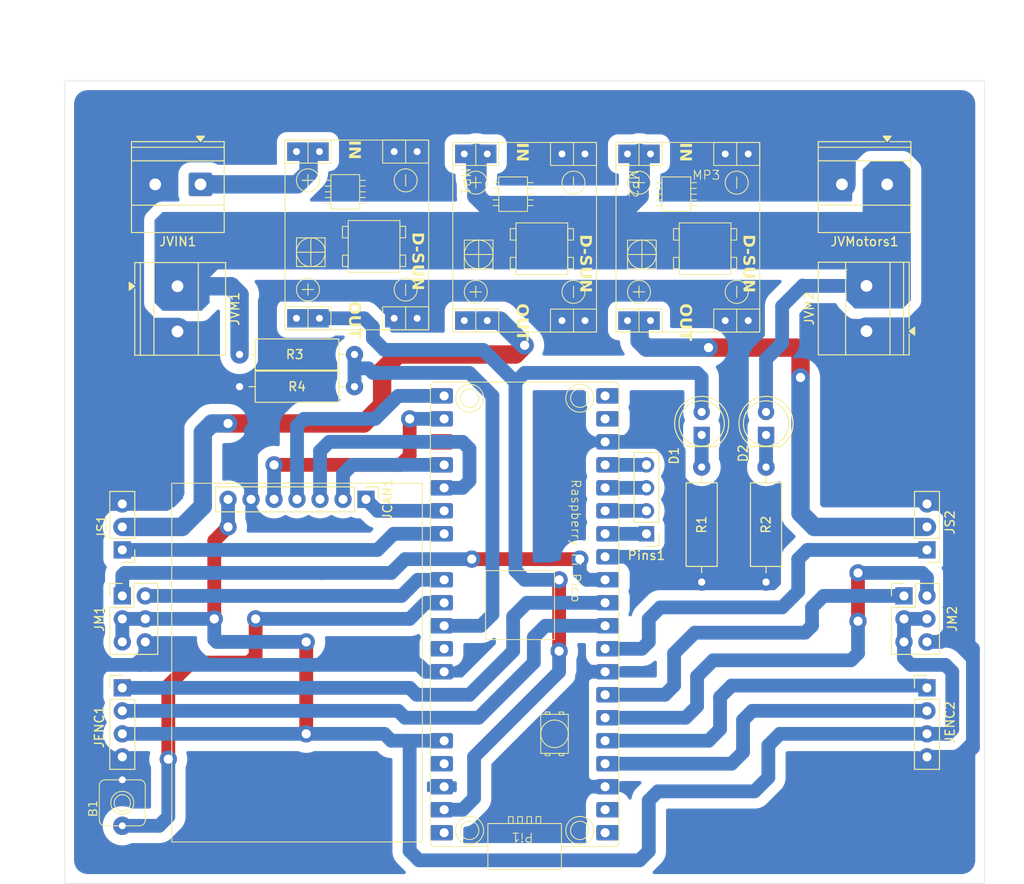
<source format=kicad_pcb>
(kicad_pcb (version 20241229) (generator "pcbnew") (generator_version "9.0")
  (layers (0 "F.Cu" signal) (2 "B.Cu" signal) (13 "F.Paste" user) (15 "B.Paste" user) (5 "F.SilkS" user "F.Silkscreen") (7 "B.SilkS" user "B.Silkscreen") (1 "F.Mask" user) (3 "B.Mask" user) (25 "Edge.Cuts" user))
  (net 0 "")
  (net 1 "/RUN")
  (net 2 "/GND")
  (net 3 "Net-(D1-K)")
  (net 4 "/5V_IN")
  (net 5 "/VM")
  (net 6 "Net-(D2-K)")
  (net 7 "/3V3_O")
  (net 8 "/VIN")
  (net 9 "/GP4")
  (net 10 "/GP5")
  (net 11 "/5V_S1")
  (net 12 "/5V_S2")
  (net 13 "/GP6")
  (net 14 "/B_1")
  (net 15 "/A_1")
  (net 16 "/B_2")
  (net 17 "/A_2")
  (net 18 "/GP22")
  (net 19 "/GP14")
  (net 20 "/GP15")
  (net 21 "/VBUS")
  (net 22 "/3V3_EN")
  (net 23 "/GP27")
  (net 24 "/GP1")
  (net 25 "/GP28")
  (net 26 "/GP0")
  (net 27 "/GP9")
  (net 28 "/GP11")
  (net 29 "/GP12")
  (net 30 "/GP21")
  (net 31 "/GP10")
  (net 32 "/ADC_REF")
  (net 33 "/GP13")
  (net 34 "/VML")
  (net 35 "/SO")
  (net 36 "/SCK")
  (net 37 "/INT")
  (net 38 "/CS")
  (net 39 "/SI")
  (footprint "LED_THT:LED_D5.0mm" (layer "F.Cu") (at 176.022 88.9 90)
    (property "Reference" "D2")
    (property "Value" "LED")
  )
  (footprint "Connector_PinHeader_2.54mm:PinHeader_1x04_P2.54mm_Vertical" (layer "F.Cu") (at 162.814 99.822 180)
    (property "Reference" "Pins1")
    (property "Value" "~")
  )
  (footprint "Resistor_THT:R_Axial_DIN0309_L9.0mm_D3.2mm_P12.70mm_Horizontal" (layer "F.Cu") (at 130.556 80.01 180)
    (property "Reference" "R3")
    (property "Value" "22k")
  )
  (footprint "Custom_footprints:RP_pico_footprint" (layer "F.Cu") (at 159.766 133.858 180)
    (property "Reference" "Pi1")
    (property "Value" "Raspberry Pi Pico")
  )
  (footprint "TerminalBlock_Phoenix:TerminalBlock_Phoenix_MKDS-1,5-2_1x02_P5.00mm_Horizontal" (layer "F.Cu") (at 187.1165 77.43 90)
    (property "Reference" "JVM2")
    (property "Value" "V_M2")
  )
  (footprint "Connector_PinHeader_2.54mm:PinHeader_1x07_P2.54mm_Vertical" (layer "F.Cu") (at 131.826 96.012 -90)
    (property "Reference" "JCAN1")
    (property "Value" "CAN_BUS")
  )
  (footprint "Connector_PinHeader_2.54mm:PinHeader_1x04_P2.54mm_Vertical" (layer "F.Cu") (at 104.902 116.84)
    (property "Reference" "JENC1")
    (property "Value" "Enc1")
  )
  (footprint "TerminalBlock_Phoenix:TerminalBlock_Phoenix_MKDS-1,5-2_1x02_P5.00mm_Horizontal" (layer "F.Cu") (at 189.404 61.214 180)
    (property "Reference" "JVMotors1")
    (property "Value" "V_Motor")
  )
  (footprint "Connector_PinHeader_2.54mm:PinHeader_2x03_P2.54mm_Vertical" (layer "F.Cu") (at 191.262 106.68)
    (property "Reference" "JM2")
    (property "Value" "Motor1")
  )
  (footprint "Custom_footprints:BUTTON" (layer "F.Cu") (at 104.902 129.54 90)
    (property "Reference" "B1")
    (property "Value" "RST")
  )
  (footprint "Resistor_THT:R_Axial_DIN0309_L9.0mm_D3.2mm_P12.70mm_Horizontal" (layer "F.Cu") (at 130.556 83.566 180)
    (property "Reference" "R4")
    (property "Value" "6.8k")
  )
  (footprint "Custom_footprints:MP1584" (layer "F.Cu") (at 137.4775 57.5945 -90)
    (property "Reference" "MP1")
    (property "Value" "MP1584 STEP DOWN")
  )
  (footprint "Connector_PinHeader_2.54mm:PinHeader_1x03_P2.54mm_Vertical" (layer "F.Cu") (at 104.902 101.6 180)
    (property "Reference" "JS1")
    (property "Value" "Servo 1")
  )
  (footprint "Connector_PinHeader_2.54mm:PinHeader_2x03_P2.54mm_Vertical" (layer "F.Cu") (at 104.902 106.68)
    (property "Reference" "JM1")
    (property "Value" "Motor2")
  )
  (footprint "Custom_footprints:MP1584" (layer "F.Cu") (at 174.0535 57.8485 -90)
    (property "Reference" "MP3")
    (property "Value" "MP1584 STEP DOWN")
  )
  (footprint "TerminalBlock_Phoenix:TerminalBlock_Phoenix_MKDS-1,5-2_1x02_P5.00mm_Horizontal" (layer "F.Cu") (at 113.538 61.214 180)
    (property "Reference" "JVIN1")
    (property "Value" "VIN")
  )
  (footprint "Connector_PinHeader_2.54mm:PinHeader_1x03_P2.54mm_Vertical" (layer "F.Cu") (at 193.802 101.6 180)
    (property "Reference" "JS2")
    (property "Value" "Servo 2")
  )
  (footprint "Resistor_THT:R_Axial_DIN0309_L9.0mm_D3.2mm_P12.70mm_Horizontal" (layer "F.Cu") (at 176.022 105.156 90)
    (property "Reference" "R2")
    (property "Value" "1K")
  )
  (footprint "Custom_footprints:MP1584" (layer "F.Cu") (at 156.0195 57.8485 -90)
    (property "Reference" "MP2")
    (property "Value" "MP1584 STEP DOWN")
  )
  (footprint "TerminalBlock_Phoenix:TerminalBlock_Phoenix_MKDS-1,5-2_1x02_P5.00mm_Horizontal" (layer "F.Cu") (at 110.998 72.47 -90)
    (property "Reference" "JVM1")
    (property "Value" "V_M1")
  )
  (footprint "LED_THT:LED_D5.0mm" (layer "F.Cu") (at 168.91 88.9 90)
    (property "Reference" "D1")
    (property "Value" "LED")
  )
  (footprint "Resistor_THT:R_Axial_DIN0309_L9.0mm_D3.2mm_P12.70mm_Horizontal" (layer "F.Cu") (at 168.91 105.151 90)
    (property "Reference" "R1")
    (property "Value" "1K")
  )
  (footprint "Connector_PinHeader_2.54mm:PinHeader_1x04_P2.54mm_Vertical" (layer "F.Cu") (at 193.802 116.84)
    (property "Reference" "JENC2")
    (property "Value" "Enc1")
  )
  (gr_poly (pts (xy 186.69 63.627) (xy 186.69 59.563) (xy 187.579 58.674) (xy 191.135 58.674) (xy 192.024 59.563) (xy 192.024 74.041) (xy 191.135 74.93) (xy 185.801 74.93) (xy 184.912 74.041) (xy 184.912 70.739) (xy 185.801 69.85) (xy 186.69 68.961) (xy 186.69 65.405)) (fill yes) (layer "B.Cu") (net 5))
  (gr_poly (pts (xy 109.347 75.184) (xy 108.458 74.295) (xy 108.458 65.151) (xy 109.347 64.262) (xy 115.443 64.262) (xy 117.221 64.262) (xy 176.657 64.262) (xy 178.435 64.262) (xy 186.817 64.262) (xy 186.944 64.389) (xy 186.944 69.723) (xy 186.055 70.612) (xy 178.435 70.612) (xy 176.657 70.612) (xy 115.443 70.612) (xy 114.554 71.501) (xy 114.554 74.295) (xy 113.665 75.184)) (fill yes) (layer "B.Cu") (net 5))
  (gr_rect (start 138.049 94.234) (end 110.363 133.858) (stroke (width 0.1)) (fill no) (layer "F.SilkS"))
  (gr_line (start 149.352 138.43) (end 98.552 138.43) (stroke (width 0.05)) (layer "Edge.Cuts"))
  (gr_line (start 98.552 138.43) (end 98.552 49.784) (stroke (width 0.05)) (layer "Edge.Cuts"))
  (gr_line (start 200.152 138.43) (end 149.352 138.43) (stroke (width 0.05)) (layer "Edge.Cuts"))
  (gr_line (start 200.152 49.784) (end 98.552 49.784) (stroke (width 0.05)) (layer "Edge.Cuts"))
  (gr_line (start 200.152 138.43) (end 200.152 49.784) (stroke (width 0.05)) (layer "Edge.Cuts"))
  (segment (start 119.634 109.22) (end 119.634 113.284) (width 1.524) (layer "F.Cu") (net 1))
  (segment (start 119.634 113.284) (end 118.872 114.046) (width 1.524) (layer "F.Cu") (net 1))
  (segment (start 109.982 116.586) (end 109.982 124.714) (width 1.524) (layer "F.Cu") (net 1))
  (segment (start 118.872 114.046) (end 112.522 114.046) (width 1.524) (layer "F.Cu") (net 1))
  (segment (start 112.522 114.046) (end 109.982 116.586) (width 1.524) (layer "F.Cu") (net 1))
  (via (at 119.634 109.22) (size 1.905) (drill 1.016) (layers "F.Cu" "B.Cu") (net 1))
  (via (at 109.982 124.714) (size 1.905) (drill 1.016) (layers "F.Cu" "B.Cu") (net 1))
  (segment (start 138.43 107.442) (end 140.462 107.442) (width 1.524) (layer "B.Cu") (net 1))
  (segment (start 104.902 132.08) (end 108.966 132.08) (width 1.524) (layer "B.Cu") (net 1))
  (segment (start 109.982 131.064) (end 109.982 124.714) (width 1.524) (layer "B.Cu") (net 1))
  (segment (start 136.652 109.22) (end 138.43 107.442) (width 1.524) (layer "B.Cu") (net 1))
  (segment (start 108.966 132.08) (end 109.982 131.064) (width 1.524) (layer "B.Cu") (net 1))
  (segment (start 119.634 109.22) (end 136.652 109.22) (width 1.524) (layer "B.Cu") (net 1))
  (segment (start 182.118 55.626) (end 182.118 57.0865) (width 3.048) (layer "B.Cu") (net 2))
  (segment (start 104.902 124.46) (end 104.902 125.73) (width 1.524) (layer "B.Cu") (net 2))
  (segment (start 155.702 127.254) (end 156.21 127.762) (width 1.524) (layer "B.Cu") (net 2))
  (segment (start 196.342 110.744) (end 196.342 97.536) (width 1.524) (layer "B.Cu") (net 2))
  (segment (start 138.43 115.062) (end 137.668 114.3) (width 1.524) (layer "B.Cu") (net 2))
  (segment (start 183.388 54.356) (end 182.118 55.626) (width 3.048) (layer "B.Cu") (net 2))
  (segment (start 156.21 127.762) (end 158.242 127.762) (width 1.524) (layer "B.Cu") (net 2))
  (segment (start 193.294 96.012) (end 187.706 96.012) (width 1.524) (layer "B.Cu") (net 2))
  (segment (start 102.362 96.52) (end 104.902 96.52) (width 1.524) (layer "B.Cu") (net 2))
  (segment (start 106.934 114.3) (end 107.95 114.3) (width 1.524) (layer "B.Cu") (net 2))
  (segment (start 121.92 73.152) (end 120.904 74.168) (width 2.032) (layer "B.Cu") (net 2))
  (segment (start 195.072 56.896) (end 192.532 54.356) (width 3.048) (layer "B.Cu") (net 2))
  (segment (start 135.128 53.594) (end 151.892 53.594) (width 3.048) (layer "B.Cu") (net 2))
  (segment (start 119.126 88.392) (end 120.904 86.614) (width 1.524) (layer "B.Cu") (net 2))
  (segment (start 172.72 53.594) (end 174.0535 54.9275) (width 3.048) (layer "B.Cu") (net 2))
  (segment (start 105.664 61.722) (end 106.172 61.214) (width 3.048) (layer "B.Cu") (net 2))
  (segment (start 105.664 76.454) (end 105.664 61.722) (width 3.048) (layer "B.Cu") (net 2))
  (segment (start 156.0195 74.1045) (end 156.972 73.152) (width 2.032) (layer "B.Cu") (net 2))
  (segment (start 102.616 125.73) (end 104.902 125.73) (width 1.524) (layer "B.Cu") (net 2))
  (segment (start 158.242 102.362) (end 164.846 102.362) (width 1.524) (layer "B.Cu") (net 2))
  (segment (start 101.854 116.078) (end 101.854 124.968) (width 1.524) (layer "B.Cu") (net 2))
  (segment (start 171.958 73.152) (end 172.72 73.914) (width 2.032) (layer "B.Cu") (net 2))
  (segment (start 110.998 77.47) (end 110.998 82.804) (width 2.032) (layer "B.Cu") (net 2))
  (segment (start 120.904 74.168) (end 120.904 82.55) (width 2.032) (layer "B.Cu") (net 2))
  (segment (start 102.87 114.3) (end 101.854 115.316) (width 1.524) (layer "B.Cu") (net 2))
  (segment (start 171.5135 76.2635) (end 172.72 76.2635) (width 2.032) (layer "B.Cu") (net 2))
  (segment (start 153.4795 76.2635) (end 156.0195 76.2635) (width 2.032) (layer "B.Cu") (net 2))
  (segment (start 158.242 89.662) (end 165.354 89.662) (width 1.524) (layer "B.Cu") (net 2))
  (segment (start 106.68 77.47) (end 105.664 76.454) (width 3.048) (layer "B.Cu") (net 2))
  (segment (start 110.998 82.804) (end 110.998 95.25) (width 1.524) (layer "B.Cu") (net 2))
  (segment (start 184.404 58.928) (end 184.404 61.214) (width 3.048) (layer "B.Cu") (net 2))
  (segment (start 151.892 53.594) (end 153.416 53.594) (width 3.048) (layer "B.Cu") (net 2))
  (segment (start 166.37 102.113) (end 166.121 102.362) (width 1.524) (layer "B.Cu") (net 2))
  (segment (start 110.998 82.804) (end 111.76 83.566) (width 2.032) (layer "B.Cu") (net 2))
  (segment (start 193.802 96.52) (end 193.294 96.012) (width 1.524) (layer "B.Cu") (net 2))
  (segment (start 193.802 124.46) (end 197.866 124.46) (width 1.524) (layer "B.Cu") (net 2))
  (segment (start 110.998 95.25) (end 109.728 96.52) (width 1.524) (layer "B.Cu") (net 2))
  (segment (start 108.538 55.546) (end 108.538 61.214) (width 3.048) (layer "B.Cu") (net 2))
  (segment (start 106.172 61.214) (end 108.538 61.214) (width 3.048) (layer "B.Cu") (net 2))
  (segment (start 193.334 77.43) (end 195.072 75.692) (width 3.048) (layer "B.Cu") (net 2))
  (segment (start 174.0535 57.8485) (end 181.356 57.8485) (width 3.048) (layer "B.Cu") (net 2))
  (segment (start 168.91 105.151) (end 172.72 105.151) (width 1.524) (layer "B.Cu") (net 2))
  (segment (start 181.356 57.8485) (end 183.3245 57.8485) (width 3.048) (layer "B.Cu") (net 2))
  (segment (start 153.416 53.594) (end 154.432 54.61) (width 3.048) (layer "B.Cu") (net 2))
  (segment (start 192.532 54.356) (end 183.388 54.356) (width 3.048) (layer "B.Cu") (net 2))
  (segment (start 101.854 124.968) (end 102.616 125.73) (width 1.524) (layer "B.Cu") (net 2))
  (segment (start 187.1165 77.43) (end 193.334 77.43) (width 3.048) (layer "B.Cu") (net 2))
  (segment (start 137.16 73.152) (end 136.144 74.168) (width 2.032) (layer "B.Cu") (net 2))
  (segment (start 101.854 113.284) (end 101.854 112.776) (width 1.524) (layer "B.Cu") (net 2))
  (segment (start 120.904 86.614) (end 120.904 82.55) (width 1.524) (layer "B.Cu") (net 2))
  (segment (start 187.706 96.012) (end 187.1165 95.4225) (width 1.524) (layer "B.Cu") (net 2))
  (segment (start 136.144 57.5945) (end 137.4775 57.5945) (width 2.032) (layer "B.Cu") (net 2))
  (segment (start 166.121 102.362) (end 168.91 105.151) (width 1.524) (layer "B.Cu") (net 2))
  (segment (start 195.326 111.76) (end 196.342 110.744) (width 1.524) (layer "B.Cu") (net 2))
  (segment (start 101.854 97.028) (end 102.362 96.52) (width 1.524) (layer "B.Cu") (net 2))
  (segment (start 197.866 124.46) (end 198.882 123.444) (width 1.524) (layer "B.Cu") (net 2))
  (segment (start 183.3245 57.8485) (end 184.404 58.928) (width 3.048) (layer "B.Cu") (net 2))
  (segment (start 165.354 89.662) (end 166.37 90.678) (width 1.524) (layer "B.Cu") (net 2))
  (segment (start 193.802 111.76) (end 195.326 111.76) (width 1.524) (layer "B.Cu") (net 2))
  (segment (start 135.89 76.0095) (end 137.4775 76.0095) (width 2.032) (layer "B.Cu") (net 2))
  (segment (start 171.5135 57.8485) (end 172.72 57.8485) (width 2.032) (layer "B.Cu") (net 2))
  (segment (start 187.1165 95.4225) (end 187.1165 77.43) (width 1.524) (layer "B.Cu") (net 2))
  (segment (start 198.882 123.444) (end 198.882 112.522) (width 1.524) (layer "B.Cu") (net 2))
  (segment (start 136.144 75.7555) (end 135.89 76.0095) (width 2.032) (layer "B.Cu") (net 2))
  (segment (start 172.72 73.914) (end 172.72 76.2635) (width 2.032) (layer "B.Cu") (net 2))
  (segment (start 156.21 115.062) (end 155.702 115.57) (width 1.524) (layer "B.Cu") (net 2))
  (segment (start 182.118 57.0865) (end 181.356 57.8485) (width 3.048) (layer "B.Cu") (net 2))
  (segment (start 101.854 112.776) (end 101.854 116.078) (width 1.524) (layer "B.Cu") (net 2))
  (segment (start 156.972 73.152) (end 137.16 73.152) (width 2.032) (layer "B.Cu") (net 2))
  (segment (start 110.49 53.594) (end 108.538 55.546) (width 3.048) (layer "B.Cu") (net 2))
  (segment (start 166.37 90.678) (end 166.37 102.113) (width 1.524) (layer "B.Cu") (net 2))
  (segment (start 140.462 115.062) (end 138.43 115.062) (width 1.524) (layer "B.Cu") (net 2))
  (segment (start 155.702 115.57) (end 155.702 127.254) (width 1.524) (layer "B.Cu") (net 2))
  (segment (start 172.72 57.8485) (end 174.0535 57.8485) (width 2.032) (layer "B.Cu") (net 2))
  (segment (start 158.242 115.062) (end 156.21 115.062) (width 1.524) (layer "B.Cu") (net 2))
  (segment (start 137.16 73.152) (end 121.92 73.152) (width 2.032) (layer "B.Cu") (net 2))
  (segment (start 110.998 77.47) (end 106.68 77.47) (width 3.048) (layer "B.Cu") (net 2))
  (segment (start 137.668 114.3) (end 107.95 114.3) (width 1.524) (layer "B.Cu") (net 2))
  (segment (start 196.342 97.536) (end 195.326 96.52) (width 1.524) (layer "B.Cu") (net 2))
  (segment (start 164.846 102.362) (end 166.121 102.362) (width 1.524) (layer "B.Cu") (net 2))
  (segment (start 135.128 53.594) (end 110.49 53.594) (width 3.048) (layer "B.Cu") (net 2))
  (segment (start 154.432 54.61) (end 154.432 56.515) (width 3.048) (layer "B.Cu") (net 2))
  (segment (start 172.72 76.2635) (end 174.0535 76.2635) (width 2.032) (layer "B.Cu") (net 2))
  (segment (start 111.76 83.566) (end 117.856 83.566) (width 2.032) (layer "B.Cu") (net 2))
  (segment (start 172.72 105.151) (end 176.017 105.151) (width 1.524) (layer "B.Cu") (net 2))
  (segment (start 153.4795 57.8485) (end 154.686 57.8485) (width 2.032) (layer "B.Cu") (net 2))
  (segment (start 104.902 125.73) (end 104.902 127) (width 1.524) (layer "B.Cu") (net 2))
  (segment (start 101.854 115.316) (end 101.854 116.078) (width 1.524) (layer "B.Cu") (net 2))
  (segment (start 136.144 54.61) (end 136.144 57.023) (width 3.048) (layer "B.Cu") (net 2))
  (segment (start 197.104 110.744) (end 196.342 110.744) (width 1.524) (layer "B.Cu") (net 2))
  (segment (start 134.9375 76.0095) (end 135.89 76.0095) (width 2.032) (layer "B.Cu") (net 2))
  (segment (start 172.72 76.2635) (end 172.72 105.151) (width 1.524) (layer "B.Cu") (net 2))
  (segment (start 107.95 114.3) (end 107.442 113.792) (width 1.524) (layer "B.Cu") (net 2))
  (segment (start 174.0535 54.9275) (end 174.0535 57.8485) (width 3.048) (layer "B.Cu") (net 2))
  (segment (start 151.892 53.594) (end 172.72 53.594) (width 3.048) (layer "B.Cu") (net 2))
  (segment (start 154.686 57.8485) (end 156.0195 57.8485) (width 2.032) (layer "B.Cu") (net 2))
  (segment (start 195.072 75.692) (end 195.072 56.896) (width 3.048) (layer "B.Cu") (net 2))
  (segment (start 198.882 112.522) (end 197.104 110.744) (width 1.524) (layer "B.Cu") (net 2))
  (segment (start 120.904 82.55) (end 119.888 83.566) (width 2.032) (layer "B.Cu") (net 2))
  (segment (start 106.934 114.3) (end 102.87 114.3) (width 1.524) (layer "B.Cu") (net 2))
  (segment (start 136.144 74.168) (end 136.144 75.7555) (width 2.032) (layer "B.Cu") (net 2))
  (segment (start 176.017 105.151) (end 176.022 105.156) (width 1.524) (layer "B.Cu") (net 2))
  (segment (start 102.87 114.3) (end 101.854 113.284) (width 1.524) (layer "B.Cu") (net 2))
  (segment (start 119.888 83.566) (end 117.856 83.566) (width 2.032) (layer "B.Cu") (net 2))
  (segment (start 107.442 113.792) (end 106.934 114.3) (width 1.524) (layer "B.Cu") (net 2))
  (segment (start 135.128 53.594) (end 136.144 54.61) (width 3.048) (layer "B.Cu") (net 2))
  (segment (start 195.326 96.52) (end 193.802 96.52) (width 1.524) (layer "B.Cu") (net 2))
  (segment (start 134.9375 57.5945) (end 136.144 57.5945) (width 2.032) (layer "B.Cu") (net 2))
  (segment (start 101.854 97.028) (end 101.854 112.776) (width 1.524) (layer "B.Cu") (net 2))
  (segment (start 156.972 73.152) (end 171.958 73.152) (width 2.032) (layer "B.Cu") (net 2))
  (segment (start 109.728 96.52) (end 104.902 96.52) (width 1.524) (layer "B.Cu") (net 2))
  (segment (start 119.126 96.012) (end 119.126 88.392) (width 1.524) (layer "B.Cu") (net 2))
  (segment (start 156.0195 76.2635) (end 156.0195 74.1045) (width 2.032) (layer "B.Cu") (net 2))
  (segment (start 107.442 111.76) (end 107.442 113.792) (width 1.524) (layer "B.Cu") (net 2))
  (segment (start 168.91 88.9) (end 168.91 92.451) (width 1.524) (layer "B.Cu") (net 3))
  (segment (start 153.162 104.902) (end 153.162 112.776) (width 1.524) (layer "F.Cu") (net 4))
  (via (at 153.162 112.776) (size 1.905) (drill 1.016) (layers "F.Cu" "B.Cu") (net 4))
  (via (at 153.162 104.902) (size 1.905) (drill 1.016) (layers "F.Cu" "B.Cu") (net 4))
  (segment (start 148.336 103.886) (end 149.352 104.902) (width 1.524) (layer "B.Cu") (net 4))
  (segment (start 144.78 79.502) (end 148.336 83.058) (width 1.524) (layer "B.Cu") (net 4))
  (segment (start 143.764 124.46) (end 143.764 129.032) (width 1.524) (layer "B.Cu") (net 4))
  (segment (start 142.494 130.302) (end 140.462 130.302) (width 1.524) (layer "B.Cu") (net 4))
  (segment (start 153.162 112.776) (end 153.162 115.062) (width 1.524) (layer "B.Cu") (net 4))
  (segment (start 149.352 104.902) (end 153.162 104.902) (width 1.524) (layer "B.Cu") (net 4))
  (segment (start 133.858 79.502) (end 144.78 79.502) (width 1.524) (layer "B.Cu") (net 4))
  (segment (start 168.91 82.55) (end 168.402 82.042) (width 1.524) (layer "B.Cu") (net 4))
  (segment (start 126.6825 76.0095) (end 131.6355 76.0095) (width 1.524) (layer "B.Cu") (net 4))
  (segment (start 126.6825 76.0095) (end 125.476 76.0095) (width 2.032) (layer "B.Cu") (net 4))
  (segment (start 132.588 78.232) (end 133.858 79.502) (width 1.524) (layer "B.Cu") (net 4))
  (segment (start 125.476 76.0095) (end 124.1425 76.0095) (width 2.032) (layer "B.Cu") (net 4))
  (segment (start 132.588 76.962) (end 132.588 78.232) (width 1.524) (layer "B.Cu") (net 4))
  (segment (start 168.402 82.042) (end 149.352 82.042) (width 1.524) (layer "B.Cu") (net 4))
  (segment (start 131.6355 76.0095) (end 132.588 76.962) (width 1.524) (layer "B.Cu") (net 4))
  (segment (start 148.336 83.058) (end 148.336 103.886) (width 1.524) (layer "B.Cu") (net 4))
  (segment (start 153.162 115.062) (end 143.764 124.46) (width 1.524) (layer "B.Cu") (net 4))
  (segment (start 149.352 82.042) (end 148.336 83.058) (width 1.524) (layer "B.Cu") (net 4))
  (segment (start 143.764 129.032) (end 142.494 130.302) (width 1.524) (layer "B.Cu") (net 4))
  (segment (start 168.91 86.36) (end 168.91 82.55) (width 1.524) (layer "B.Cu") (net 4))
  (segment (start 144.018 60.452) (end 144.018 62.484) (width 2.032) (layer "B.Cu") (net 5))
  (segment (start 180.126 72.43) (end 187.1165 72.43) (width 1.524) (layer "B.Cu") (net 5))
  (segment (start 144.018 62.484) (end 145.034 63.5) (width 2.032) (layer "B.Cu") (net 5))
  (segment (start 145.034 63.5) (end 161.036 63.5) (width 2.032) (layer "B.Cu") (net 5))
  (segment (start 144.018 57.8485) (end 145.2245 57.8485) (width 2.032) (layer "B.Cu") (net 5))
  (segment (start 110.998 72.47) (end 116.92 72.47) (width 2.032) (layer "B.Cu") (net 5))
  (segment (start 177.8 78.74) (end 177.8 74.676) (width 1.524) (layer "B.Cu") (net 5))
  (segment (start 176.022 86.36) (end 176.022 80.518) (width 1.524) (layer "B.Cu") (net 5))
  (segment (start 160.7185 57.8485) (end 162.052 57.8485) (width 2.032) (layer "B.Cu") (net 5))
  (segment (start 180.086 72.39) (end 180.126 72.43) (width 1.524) (layer "B.Cu") (net 5))
  (segment (start 162.052 57.8485) (end 163.2585 57.8485) (width 2.032) (layer "B.Cu") (net 5))
  (segment (start 176.022 80.518) (end 177.8 78.74) (width 1.524) (layer "B.Cu") (net 5))
  (segment (start 116.92 72.47) (end 117.856 73.406) (width 2.032) (layer "B.Cu") (net 5))
  (segment (start 117.856 73.406) (end 117.856 80.01) (width 2.032) (layer "B.Cu") (net 5))
  (segment (start 177.8 74.676) (end 180.086 72.39) (width 1.524) (layer "B.Cu") (net 5))
  (segment (start 144.018 60.452) (end 144.018 57.8485) (width 2.286) (layer "B.Cu") (net 5))
  (segment (start 161.036 63.5) (end 162.052 62.484) (width 2.032) (layer "B.Cu") (net 5))
  (segment (start 142.6845 57.8485) (end 144.018 57.8485) (width 2.032) (layer "B.Cu") (net 5))
  (segment (start 162.052 62.484) (end 162.052 61.214) (width 2.032) (layer "B.Cu") (net 5))
  (segment (start 162.052 61.214) (end 162.052 57.8485) (width 2.286) (layer "B.Cu") (net 5))
  (segment (start 176.022 92.456) (end 176.022 88.9) (width 1.524) (layer "B.Cu") (net 6))
  (segment (start 115.062 109.22) (end 115.062 100.584) (width 1.524) (layer "F.Cu") (net 7))
  (segment (start 125.222 111.76) (end 125.222 121.92) (width 1.524) (layer "F.Cu") (net 7))
  (segment (start 115.062 100.584) (end 116.586 99.06) (width 1.524) (layer "F.Cu") (net 7))
  (via (at 125.222 111.76) (size 1.905) (drill 1.016) (layers "F.Cu" "B.Cu") (net 7))
  (via (at 116.586 99.06) (size 1.905) (drill 1.016) (layers "F.Cu" "B.Cu") (net 7))
  (via (at 115.062 109.22) (size 1.905) (drill 1.016) (layers "F.Cu" "B.Cu") (net 7))
  (via (at 125.222 121.92) (size 1.905) (drill 1.016) (layers "F.Cu" "B.Cu") (net 7))
  (segment (start 115.062 109.22) (end 115.062 111.506) (width 1.524) (layer "B.Cu") (net 7))
  (segment (start 162.052 135.89) (end 137.668 135.89) (width 1.524) (layer "B.Cu") (net 7))
  (segment (start 193.802 109.22) (end 191.262 109.22) (width 1.524) (layer "B.Cu") (net 7))
  (segment (start 107.442 109.22) (end 115.062 109.22) (width 1.524) (layer "B.Cu") (net 7))
  (segment (start 191.262 109.22) (end 191.262 111.76) (width 1.524) (layer "B.Cu") (net 7))
  (segment (start 196.596 121.412) (end 196.596 115.062) (width 1.524) (layer "B.Cu") (net 7))
  (segment (start 116.586 99.06) (end 116.586 96.012) (width 1.524) (layer "B.Cu") (net 7))
  (segment (start 136.398 122.682) (end 140.462 122.682) (width 1.524) (layer "B.Cu") (net 7))
  (segment (start 133.858 121.92) (end 134.62 122.682) (width 1.524) (layer "B.Cu") (net 7))
  (segment (start 104.902 109.22) (end 107.442 109.22) (width 1.524) (layer "B.Cu") (net 7))
  (segment (start 174.752 128.27) (end 164.084 128.27) (width 1.524) (layer "B.Cu") (net 7))
  (segment (start 195.834 114.3) (end 192.024 114.3) (width 1.524) (layer "B.Cu") (net 7))
  (segment (start 104.902 121.92) (end 125.222 121.92) (width 1.524) (layer "B.Cu") (net 7))
  (segment (start 193.802 121.92) (end 177.546 121.92) (width 1.524) (layer "B.Cu") (net 7))
  (segment (start 136.652 134.874) (end 136.652 122.936) (width 1.524) (layer "B.Cu") (net 7))
  (segment (start 193.802 121.92) (end 196.088 121.92) (width 1.524) (layer "B.Cu") (net 7))
  (segment (start 115.316 111.76) (end 125.222 111.76) (width 1.524) (layer "B.Cu") (net 7))
  (segment (start 137.668 135.89) (end 136.652 134.874) (width 1.524) (layer "B.Cu") (net 7))
  (segment (start 163.068 134.874) (end 162.052 135.89) (width 1.524) (layer "B.Cu") (net 7))
  (segment (start 125.222 121.92) (end 133.858 121.92) (width 1.524) (layer "B.Cu") (net 7))
  (segment (start 177.546 121.92) (end 176.276 123.19) (width 1.524) (layer "B.Cu") (net 7))
  (segment (start 104.902 109.22) (end 104.902 111.76) (width 1.524) (layer "B.Cu") (net 7))
  (segment (start 115.062 111.506) (end 115.316 111.76) (width 1.524) (layer "B.Cu") (net 7))
  (segment (start 191.262 113.538) (end 191.262 111.76) (width 1.524) (layer "B.Cu") (net 7))
  (segment (start 192.024 114.3) (end 191.262 113.538) (width 1.524) (layer "B.Cu") (net 7))
  (segment (start 196.596 115.062) (end 195.834 114.3) (width 1.524) (layer "B.Cu") (net 7))
  (segment (start 164.084 128.27) (end 163.068 129.286) (width 1.524) (layer "B.Cu") (net 7))
  (segment (start 176.276 126.746) (end 174.752 128.27) (width 1.524) (layer "B.Cu") (net 7))
  (segment (start 136.652 122.936) (end 136.398 122.682) (width 1.524) (layer "B.Cu") (net 7))
  (segment (start 163.068 129.286) (end 163.068 134.874) (width 1.524) (layer "B.Cu") (net 7))
  (segment (start 134.62 122.682) (end 136.398 122.682) (width 1.524) (layer "B.Cu") (net 7))
  (segment (start 176.276 123.19) (end 176.276 126.746) (width 1.524) (layer "B.Cu") (net 7))
  (segment (start 196.088 121.92) (end 196.596 121.412) (width 1.524) (layer "B.Cu") (net 7))
  (segment (start 125.476 57.5945) (end 126.6825 57.5945) (width 2.032) (layer "B.Cu") (net 8))
  (segment (start 113.538 61.214) (end 124.206 61.214) (width 2.032) (layer "B.Cu") (net 8))
  (segment (start 124.206 61.214) (end 125.476 59.944) (width 2.032) (layer "B.Cu") (net 8))
  (segment (start 125.476 59.944) (end 125.476 57.5945) (width 2.032) (layer "B.Cu") (net 8))
  (segment (start 124.1425 57.5945) (end 125.476 57.5945) (width 2.032) (layer "B.Cu") (net 8))
  (segment (start 186.182 109.474) (end 186.182 104.14) (width 1.524) (layer "F.Cu") (net 9))
  (via (at 186.182 109.474) (size 1.905) (drill 1.016) (layers "F.Cu" "B.Cu") (net 9))
  (via (at 186.182 104.14) (size 1.905) (drill 1.016) (layers "F.Cu" "B.Cu") (net 9))
  (segment (start 168.402 115.57) (end 170.18 113.792) (width 1.524) (layer "B.Cu") (net 9))
  (segment (start 186.182 109.474) (end 186.182 109.3565) (width 1.524) (layer "B.Cu") (net 9))
  (segment (start 170.18 113.792) (end 185.42 113.792) (width 1.524) (layer "B.Cu") (net 9))
  (segment (start 158.242 120.142) (end 167.132 120.142) (width 1.524) (layer "B.Cu") (net 9))
  (segment (start 167.132 120.142) (end 168.402 118.872) (width 1.524) (layer "B.Cu") (net 9))
  (segment (start 193.294 104.14) (end 193.802 104.648) (width 1.524) (layer "B.Cu") (net 9))
  (segment (start 168.402 118.872) (end 168.402 115.57) (width 1.524) (layer "B.Cu") (net 9))
  (segment (start 186.182 113.03) (end 186.182 109.474) (width 1.524) (layer "B.Cu") (net 9))
  (segment (start 186.182 104.14) (end 193.294 104.14) (width 1.524) (layer "B.Cu") (net 9))
  (segment (start 193.802 104.648) (end 193.802 106.68) (width 1.524) (layer "B.Cu") (net 9))
  (segment (start 185.42 113.792) (end 186.182 113.03) (width 1.524) (layer "B.Cu") (net 9))
  (segment (start 181.102 109.982) (end 181.102 107.95) (width 1.524) (layer "B.Cu") (net 10))
  (segment (start 168.148 110.744) (end 180.34 110.744) (width 1.524) (layer "B.Cu") (net 10))
  (segment (start 158.242 117.602) (end 164.846 117.602) (width 1.524) (layer "B.Cu") (net 10))
  (segment (start 165.862 113.03) (end 168.148 110.744) (width 1.524) (layer "B.Cu") (net 10))
  (segment (start 165.862 116.586) (end 165.862 113.03) (width 1.524) (layer "B.Cu") (net 10))
  (segment (start 182.372 106.68) (end 191.262 106.68) (width 1.524) (layer "B.Cu") (net 10))
  (segment (start 180.34 110.744) (end 181.102 109.982) (width 1.524) (layer "B.Cu") (net 10))
  (segment (start 164.846 117.602) (end 165.862 116.586) (width 1.524) (layer "B.Cu") (net 10))
  (segment (start 181.102 107.95) (end 182.372 106.68) (width 1.524) (layer "B.Cu") (net 10))
  (segment (start 133.604 81.788) (end 135.382 80.01) (width 2.032) (layer "F.Cu") (net 11))
  (segment (start 133.604 85.598) (end 133.604 81.788) (width 2.032) (layer "F.Cu") (net 11))
  (segment (start 131.572 87.63) (end 133.604 85.598) (width 2.032) (layer "F.Cu") (net 11))
  (segment (start 148.336 80.01) (end 149.352 78.994) (width 2.032) (layer "F.Cu") (net 11))
  (segment (start 116.586 87.63) (end 131.572 87.63) (width 2.032) (layer "F.Cu") (net 11))
  (segment (start 135.382 80.01) (end 148.336 80.01) (width 2.032) (layer "F.Cu") (net 11))
  (via (at 116.586 87.63) (size 1.905) (drill 1.016) (layers "F.Cu" "B.Cu") (net 11))
  (via (at 149.352 78.994) (size 1.905) (drill 1.016) (layers "F.Cu" "B.Cu") (net 11))
  (segment (start 113.792 96.774) (end 111.506 99.06) (width 2.032) (layer "B.Cu") (net 11))
  (segment (start 111.506 99.06) (end 104.902 99.06) (width 2.032) (layer "B.Cu") (net 11))
  (segment (start 116.586 87.63) (end 114.808 87.63) (width 2.032) (layer "B.Cu") (net 11))
  (segment (start 142.6845 76.2635) (end 145.2245 76.2635) (width 2.032) (layer "B.Cu") (net 11))
  (segment (start 114.808 87.63) (end 113.792 88.646) (width 2.032) (layer "B.Cu") (net 11))
  (segment (start 146.6215 76.2635) (end 149.352 78.994) (width 2.032) (layer "B.Cu") (net 11))
  (segment (start 145.2245 76.2635) (end 146.6215 76.2635) (width 2.032) (layer "B.Cu") (net 11))
  (segment (start 113.792 88.646) (end 113.792 96.774) (width 2.032) (layer "B.Cu") (net 11))
  (segment (start 179.832 82.55) (end 179.832 79.756) (width 2.032) (layer "F.Cu") (net 12))
  (segment (start 179.832 79.756) (end 179.324 79.248) (width 2.032) (layer "F.Cu") (net 12))
  (segment (start 179.324 79.248) (end 169.672 79.248) (width 2.032) (layer "F.Cu") (net 12))
  (via (at 169.672 79.248) (size 1.905) (drill 1.016) (layers "F.Cu" "B.Cu") (net 12))
  (via (at 179.832 82.55) (size 1.905) (drill 1.016) (layers "F.Cu" "B.Cu") (net 12))
  (segment (start 162.052 76.2635) (end 163.2585 76.2635) (width 2.032) (layer "B.Cu") (net 12))
  (segment (start 179.832 97.536) (end 179.832 82.55) (width 2.032) (layer "B.Cu") (net 12))
  (segment (start 162.814 79.248) (end 162.052 78.486) (width 2.032) (layer "B.Cu") (net 12))
  (segment (start 169.672 79.248) (end 162.814 79.248) (width 2.032) (layer "B.Cu") (net 12))
  (segment (start 160.7185 76.2635) (end 162.052 76.2635) (width 2.032) (layer "B.Cu") (net 12))
  (segment (start 193.802 99.06) (end 181.356 99.06) (width 2.032) (layer "B.Cu") (net 12))
  (segment (start 181.356 99.06) (end 179.832 97.536) (width 2.032) (layer "B.Cu") (net 12))
  (segment (start 162.052 78.486) (end 162.052 76.2635) (width 2.032) (layer "B.Cu") (net 12))
  (segment (start 163.068 111.76) (end 163.068 109.22) (width 1.524) (layer "B.Cu") (net 13))
  (segment (start 158.242 112.522) (end 162.306 112.522) (width 1.524) (layer "B.Cu") (net 13))
  (segment (start 177.8 107.95) (end 179.578 106.172) (width 1.524) (layer "B.Cu") (net 13))
  (segment (start 179.578 106.172) (end 179.578 102.616) (width 1.524) (layer "B.Cu") (net 13))
  (segment (start 179.578 102.616) (end 180.594 101.6) (width 1.524) (layer "B.Cu") (net 13))
  (segment (start 180.594 101.6) (end 193.802 101.6) (width 1.524) (layer "B.Cu") (net 13))
  (segment (start 164.338 107.95) (end 177.8 107.95) (width 1.524) (layer "B.Cu") (net 13))
  (segment (start 162.306 112.522) (end 163.068 111.76) (width 1.524) (layer "B.Cu") (net 13))
  (segment (start 163.068 109.22) (end 164.338 107.95) (width 1.524) (layer "B.Cu") (net 13))
  (segment (start 136.652 116.84) (end 137.414 117.602) (width 1.524) (layer "B.Cu") (net 14))
  (segment (start 149.606 107.442) (end 158.242 107.442) (width 1.524) (layer "B.Cu") (net 14))
  (segment (start 148.082 108.966) (end 149.606 107.442) (width 1.524) (layer "B.Cu") (net 14))
  (segment (start 148.082 112.776) (end 148.082 108.966) (width 1.524) (layer "B.Cu") (net 14))
  (segment (start 143.256 117.602) (end 148.082 112.776) (width 1.524) (layer "B.Cu") (net 14))
  (segment (start 137.414 117.602) (end 143.256 117.602) (width 1.524) (layer "B.Cu") (net 14))
  (segment (start 104.902 116.84) (end 136.652 116.84) (width 1.524) (layer "B.Cu") (net 14))
  (segment (start 150.368 114.046) (end 150.368 111.252) (width 1.524) (layer "B.Cu") (net 15))
  (segment (start 135.382 119.38) (end 136.144 120.142) (width 1.524) (layer "B.Cu") (net 15))
  (segment (start 136.144 120.142) (end 144.272 120.142) (width 1.524) (layer "B.Cu") (net 15))
  (segment (start 144.272 120.142) (end 150.368 114.046) (width 1.524) (layer "B.Cu") (net 15))
  (segment (start 151.638 109.982) (end 158.242 109.982) (width 1.524) (layer "B.Cu") (net 15))
  (segment (start 150.368 111.252) (end 151.638 109.982) (width 1.524) (layer "B.Cu") (net 15))
  (segment (start 104.902 119.38) (end 135.382 119.38) (width 1.524) (layer "B.Cu") (net 15))
  (segment (start 158.242 122.682) (end 169.672 122.682) (width 1.524) (layer "B.Cu") (net 16))
  (segment (start 169.672 122.682) (end 170.942 121.412) (width 1.524) (layer "B.Cu") (net 16))
  (segment (start 170.942 117.856) (end 172.212 116.586) (width 1.524) (layer "B.Cu") (net 16))
  (segment (start 193.548 116.586) (end 193.802 116.84) (width 1.524) (layer "B.Cu") (net 16))
  (segment (start 170.942 121.412) (end 170.942 117.856) (width 1.524) (layer "B.Cu") (net 16))
  (segment (start 172.212 116.586) (end 193.548 116.586) (width 1.524) (layer "B.Cu") (net 16))
  (segment (start 193.802 119.38) (end 174.498 119.38) (width 1.524) (layer "B.Cu") (net 17))
  (segment (start 173.482 123.952) (end 172.212 125.222) (width 1.524) (layer "B.Cu") (net 17))
  (segment (start 172.212 125.222) (end 158.242 125.222) (width 1.524) (layer "B.Cu") (net 17))
  (segment (start 174.498 119.38) (end 173.482 120.396) (width 1.524) (layer "B.Cu") (net 17))
  (segment (start 173.482 120.396) (end 173.482 123.952) (width 1.524) (layer "B.Cu") (net 17))
  (segment (start 135.763 106.68) (end 137.541 104.902) (width 1.524) (layer "B.Cu") (net 18))
  (segment (start 107.442 106.68) (end 135.763 106.68) (width 1.524) (layer "B.Cu") (net 18))
  (segment (start 137.541 104.902) (end 140.462 104.902) (width 1.524) (layer "B.Cu") (net 18))
  (segment (start 143.51 102.616) (end 155.448 102.616) (width 1.524) (layer "F.Cu") (net 27))
  (via (at 155.448 102.616) (size 1.905) (drill 1.016) (layers "F.Cu" "B.Cu") (net 27))
  (via (at 143.51 102.616) (size 1.905) (drill 1.016) (layers "F.Cu" "B.Cu") (net 27))
  (segment (start 104.902 104.394) (end 105.156 104.14) (width 1.524) (layer "B.Cu") (net 27))
  (segment (start 134.62 104.14) (end 136.144 102.616) (width 1.524) (layer "B.Cu") (net 27))
  (segment (start 155.448 104.14) (end 156.21 104.902) (width 1.524) (layer "B.Cu") (net 27))
  (segment (start 105.156 104.14) (end 127 104.14) (width 1.524) (layer "B.Cu") (net 27))
  (segment (start 127 104.14) (end 134.62 104.14) (width 1.524) (layer "B.Cu") (net 27))
  (segment (start 155.448 102.616) (end 155.448 104.14) (width 1.524) (layer "B.Cu") (net 27))
  (segment (start 104.902 106.68) (end 104.902 104.394) (width 1.524) (layer "B.Cu") (net 27))
  (segment (start 156.21 104.902) (end 158.242 104.902) (width 1.524) (layer "B.Cu") (net 27))
  (segment (start 136.144 102.616) (end 143.51 102.616) (width 1.524) (layer "B.Cu") (net 27))
  (segment (start 158.242 97.282) (end 162.814 97.282) (width 1.524) (layer "B.Cu") (net 28))
  (segment (start 158.242 94.742) (end 162.814 94.742) (width 1.524) (layer "B.Cu") (net 29))
  (segment (start 133.096 101.6) (end 134.874 99.822) (width 1.524) (layer "B.Cu") (net 30))
  (segment (start 104.902 101.6) (end 133.096 101.6) (width 1.524) (layer "B.Cu") (net 30))
  (segment (start 134.874 99.822) (end 140.462 99.822) (width 1.524) (layer "B.Cu") (net 30))
  (segment (start 158.242 99.822) (end 162.814 99.822) (width 1.524) (layer "B.Cu") (net 31))
  (segment (start 158.242 92.202) (end 162.814 92.202) (width 1.524) (layer "B.Cu") (net 33))
  (segment (start 130.556 83.566) (end 130.556 81.534) (width 1.524) (layer "B.Cu") (net 34))
  (segment (start 143.256 82.042) (end 145.796 84.582) (width 1.524) (layer "B.Cu") (net 34))
  (segment (start 144.526 109.982) (end 140.462 109.982) (width 1.524) (layer "B.Cu") (net 34))
  (segment (start 132.588 82.042) (end 143.256 82.042) (width 1.524) (layer "B.Cu") (net 34))
  (segment (start 130.556 81.534) (end 132.08 81.534) (width 1.524) (layer "B.Cu") (net 34))
  (segment (start 145.796 84.582) (end 145.796 108.712) (width 1.524) (layer "B.Cu") (net 34))
  (segment (start 145.796 108.712) (end 144.526 109.982) (width 1.524) (layer "B.Cu") (net 34))
  (segment (start 130.556 81.534) (end 130.556 80.01) (width 1.524) (layer "B.Cu") (net 34))
  (segment (start 132.08 81.534) (end 132.588 82.042) (width 1.524) (layer "B.Cu") (net 34))
  (segment (start 135.382 84.582) (end 140.462 84.582) (width 1.524) (layer "B.Cu") (net 35))
  (segment (start 124.206 96.012) (end 124.206 87.884) (width 1.524) (layer "B.Cu") (net 35))
  (segment (start 132.842 87.122) (end 135.382 84.582) (width 1.524) (layer "B.Cu") (net 35))
  (segment (start 124.968 87.122) (end 132.842 87.122) (width 1.524) (layer "B.Cu") (net 35))
  (segment (start 124.206 87.884) (end 124.968 87.122) (width 1.524) (layer "B.Cu") (net 35))
  (segment (start 130.302 92.202) (end 140.462 92.202) (width 1.524) (layer "B.Cu") (net 36))
  (segment (start 129.286 93.218) (end 130.302 92.202) (width 1.524) (layer "B.Cu") (net 36))
  (segment (start 129.286 96.012) (end 129.286 93.218) (width 1.524) (layer "B.Cu") (net 36))
  (segment (start 133.096 97.282) (end 140.462 97.282) (width 1.524) (layer "B.Cu") (net 37))
  (segment (start 131.826 96.012) (end 133.096 97.282) (width 1.524) (layer "B.Cu") (net 37))
  (segment (start 136.652 91.186) (end 136.652 87.122) (width 1.524) (layer "F.Cu") (net 38))
  (segment (start 135.636 92.202) (end 136.652 91.186) (width 1.524) (layer "F.Cu") (net 38))
  (segment (start 121.666 92.202) (end 135.636 92.202) (width 1.524) (layer "F.Cu") (net 38))
  (via (at 136.652 87.122) (size 1.905) (drill 1.016) (layers "F.Cu" "B.Cu") (net 38))
  (via (at 121.666 92.202) (size 1.905) (drill 1.016) (layers "F.Cu" "B.Cu") (net 38))
  (segment (start 121.666 92.202) (end 121.666 96.012) (width 1.524) (layer "B.Cu") (net 38))
  (segment (start 136.652 87.122) (end 140.462 87.122) (width 1.524) (layer "B.Cu") (net 38))
  (segment (start 142.494 94.742) (end 143.256 93.98) (width 1.524) (layer "B.Cu") (net 39))
  (segment (start 143.256 90.424) (end 142.494 89.662) (width 1.524) (layer "B.Cu") (net 39))
  (segment (start 127.762 89.662) (end 126.746 90.678) (width 1.524) (layer "B.Cu") (net 39))
  (segment (start 142.494 89.662) (end 127.762 89.662) (width 1.524) (layer "B.Cu") (net 39))
  (segment (start 126.746 90.678) (end 126.746 96.012) (width 1.524) (layer "B.Cu") (net 39))
  (segment (start 143.256 93.98) (end 143.256 90.424) (width 1.524) (layer "B.Cu") (net 39))
  (segment (start 140.462 94.742) (end 142.494 94.742) (width 1.524) (layer "B.Cu") (net 39))
  (zone (net 2) (net_name "/GND") (layer "B.Cu") (connect_pads yes (clearance 1.143)) (min_thickness 0.381) (fill yes (thermal_gap 0.5) (thermal_bridge_width 0.5) (smoothing fillet) (radius 1.524))
    (polygon (pts (xy 199.136 137.414) (xy 99.568 137.414) (xy 99.568 50.8) (xy 199.136 50.8)))
  )
)
</source>
